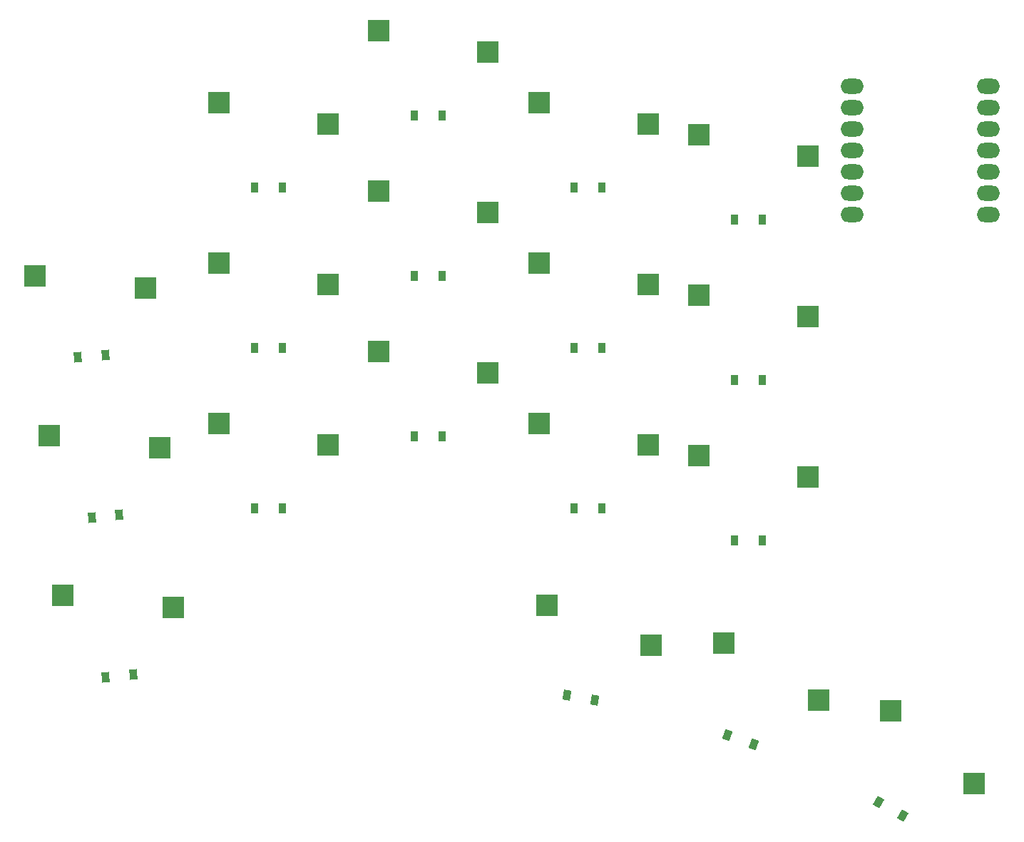
<source format=gbr>
%TF.GenerationSoftware,KiCad,Pcbnew,(6.0.0)*%
%TF.CreationDate,2022-12-29T10:21:43-08:00*%
%TF.ProjectId,mine,6d696e65-2e6b-4696-9361-645f70636258,v1.0.0*%
%TF.SameCoordinates,Original*%
%TF.FileFunction,Paste,Top*%
%TF.FilePolarity,Positive*%
%FSLAX46Y46*%
G04 Gerber Fmt 4.6, Leading zero omitted, Abs format (unit mm)*
G04 Created by KiCad (PCBNEW (6.0.0)) date 2022-12-29 10:21:43*
%MOMM*%
%LPD*%
G01*
G04 APERTURE LIST*
G04 Aperture macros list*
%AMRotRect*
0 Rectangle, with rotation*
0 The origin of the aperture is its center*
0 $1 length*
0 $2 width*
0 $3 Rotation angle, in degrees counterclockwise*
0 Add horizontal line*
21,1,$1,$2,0,0,$3*%
G04 Aperture macros list end*
%ADD10R,2.550000X2.500000*%
%ADD11R,0.900000X1.200000*%
%ADD12O,2.750000X1.800000*%
%ADD13RotRect,0.900000X1.200000X5.000000*%
%ADD14RotRect,0.900000X1.200000X330.000000*%
%ADD15RotRect,0.900000X1.200000X340.000000*%
%ADD16RotRect,0.900000X1.200000X350.000000*%
G04 APERTURE END LIST*
D10*
%TO.C,S4*%
X59625000Y-81212500D03*
X46698000Y-78672500D03*
%TD*%
%TO.C,S1*%
X41290632Y-100487981D03*
X28191447Y-99084309D03*
%TD*%
%TO.C,S18*%
X136379422Y-121399201D03*
X126454312Y-112735997D03*
%TD*%
%TO.C,S9*%
X78625000Y-34540000D03*
X65698000Y-32000000D03*
%TD*%
D11*
%TO.C,D14*%
X107890000Y-73512500D03*
X111190000Y-73512500D03*
%TD*%
D10*
%TO.C,S15*%
X116625000Y-46922500D03*
X103698000Y-44382500D03*
%TD*%
%TO.C,S10*%
X97625000Y-81212500D03*
X84698000Y-78672500D03*
%TD*%
D11*
%TO.C,D15*%
X107890000Y-54462500D03*
X111190000Y-54462500D03*
%TD*%
D10*
%TO.C,S5*%
X59625000Y-62162500D03*
X46698000Y-59622500D03*
%TD*%
D12*
%TO.C,MCU1*%
X121863008Y-38611814D03*
X121863008Y-41151814D03*
X121863008Y-43691814D03*
X121863008Y-46231814D03*
X121863008Y-48771814D03*
X121863008Y-51311814D03*
X121863008Y-53851814D03*
X138052928Y-53851814D03*
X138052928Y-51311814D03*
X138052928Y-48771814D03*
X138052928Y-46231814D03*
X138052928Y-43691814D03*
X138052928Y-41151814D03*
X138052928Y-38611814D03*
%TD*%
D11*
%TO.C,D12*%
X88890000Y-50652500D03*
X92190000Y-50652500D03*
%TD*%
D10*
%TO.C,S7*%
X78625000Y-72640000D03*
X65698000Y-70100000D03*
%TD*%
%TO.C,S8*%
X78625000Y-53590000D03*
X65698000Y-51050000D03*
%TD*%
%TO.C,S13*%
X116625000Y-85022500D03*
X103698000Y-82482500D03*
%TD*%
D11*
%TO.C,D4*%
X50890000Y-88752500D03*
X54190000Y-88752500D03*
%TD*%
D10*
%TO.C,S3*%
X37969998Y-62532963D03*
X24870813Y-61129291D03*
%TD*%
D13*
%TO.C,D1*%
X33246026Y-108760595D03*
X36533468Y-108472981D03*
%TD*%
D11*
%TO.C,D11*%
X88890000Y-69702500D03*
X92190000Y-69702500D03*
%TD*%
D10*
%TO.C,S14*%
X116625000Y-65972500D03*
X103698000Y-63432500D03*
%TD*%
D11*
%TO.C,D10*%
X88890000Y-88752500D03*
X92190000Y-88752500D03*
%TD*%
%TO.C,D7*%
X69890000Y-80180000D03*
X73190000Y-80180000D03*
%TD*%
D14*
%TO.C,D18*%
X125044690Y-123561533D03*
X127902574Y-125211533D03*
%TD*%
D11*
%TO.C,D9*%
X69890000Y-42080000D03*
X73190000Y-42080000D03*
%TD*%
%TO.C,D5*%
X50890000Y-69702500D03*
X54190000Y-69702500D03*
%TD*%
%TO.C,D13*%
X107890000Y-92562500D03*
X111190000Y-92562500D03*
%TD*%
D10*
%TO.C,S12*%
X97625000Y-43112500D03*
X84698000Y-40572500D03*
%TD*%
%TO.C,S2*%
X39630315Y-81510472D03*
X26531130Y-80106800D03*
%TD*%
D11*
%TO.C,D8*%
X69890000Y-61130000D03*
X73190000Y-61130000D03*
%TD*%
D15*
%TO.C,D17*%
X107100065Y-115607329D03*
X110201051Y-116735995D03*
%TD*%
D13*
%TO.C,D2*%
X31585709Y-89783085D03*
X34873151Y-89495471D03*
%TD*%
D10*
%TO.C,S16*%
X97958429Y-104981386D03*
X85668886Y-100235224D03*
%TD*%
D11*
%TO.C,D6*%
X50890000Y-50652500D03*
X54190000Y-50652500D03*
%TD*%
D10*
%TO.C,S11*%
X97625000Y-62162500D03*
X84698000Y-59622500D03*
%TD*%
D13*
%TO.C,D3*%
X29925392Y-70805576D03*
X33212834Y-70517962D03*
%TD*%
D16*
%TO.C,D16*%
X88046826Y-110890020D03*
X91296692Y-111463058D03*
%TD*%
D10*
%TO.C,S6*%
X59625000Y-43112500D03*
X46698000Y-40572500D03*
%TD*%
%TO.C,S17*%
X117887112Y-111509592D03*
X106608437Y-104701479D03*
%TD*%
M02*

</source>
